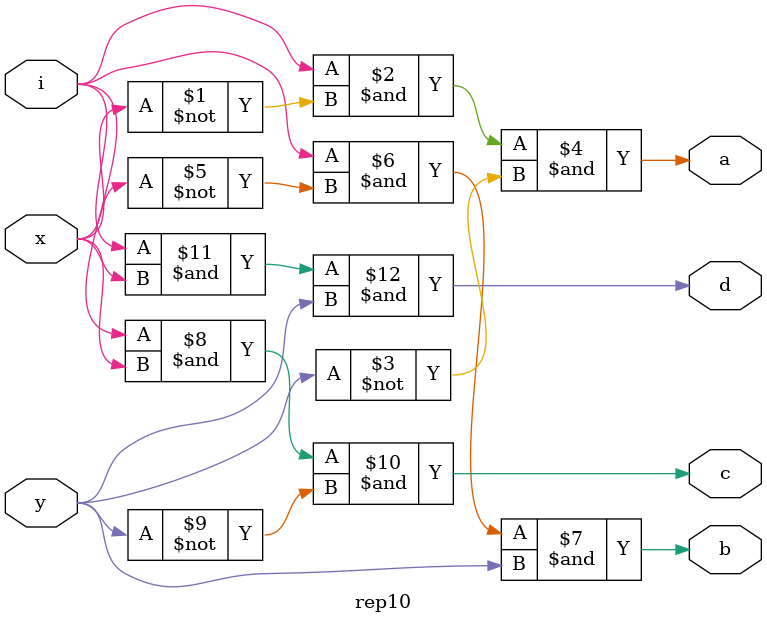
<source format=v>
module rep10(i,x,y,a,b,c,d);
	input i,x,y;
	output a,b,c,d;
	assign a =  i&~x&~y;
	assign b =  i&~x&y;
	assign c =  i&x&~y;
	assign d =  i&x&y;
endmodule

</source>
